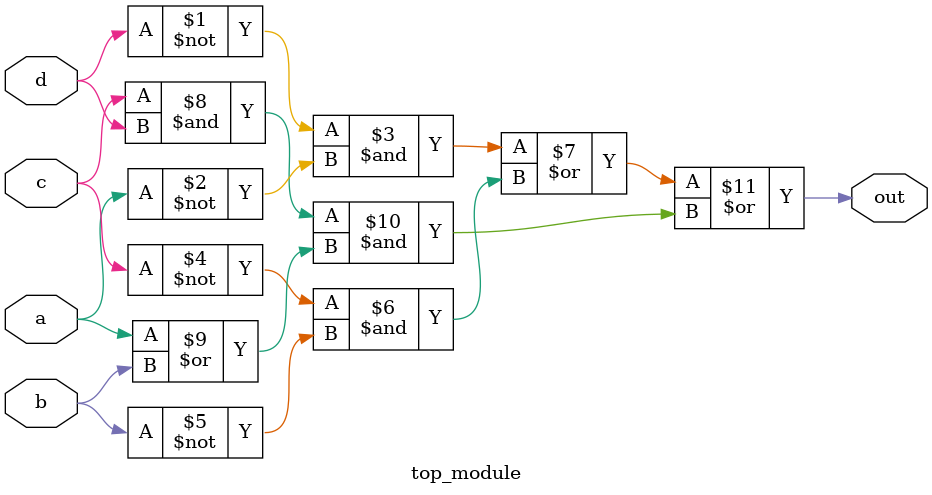
<source format=v>
module top_module(
    input a,
    input b,
    input c,
    input d,
    output out  ); 
    assign out = ~d&~a | ~c&~b | c&d&(a|b);
endmodule

</source>
